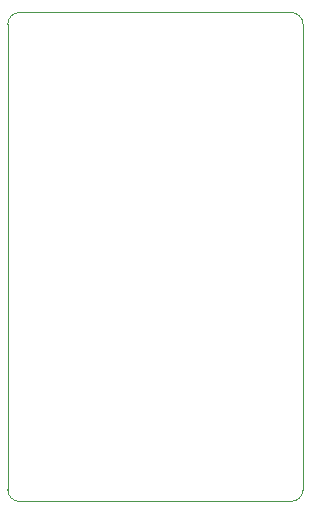
<source format=gbr>
%TF.GenerationSoftware,KiCad,Pcbnew,8.0.1*%
%TF.CreationDate,2024-04-12T18:06:17-04:00*%
%TF.ProjectId,attiny416_breakout,61747469-6e79-4343-9136-5f627265616b,rev?*%
%TF.SameCoordinates,PX822d320PY4417a40*%
%TF.FileFunction,Profile,NP*%
%FSLAX46Y46*%
G04 Gerber Fmt 4.6, Leading zero omitted, Abs format (unit mm)*
G04 Created by KiCad (PCBNEW 8.0.1) date 2024-04-12 18:06:17*
%MOMM*%
%LPD*%
G01*
G04 APERTURE LIST*
%TA.AperFunction,Profile*%
%ADD10C,0.050000*%
%TD*%
G04 APERTURE END LIST*
D10*
X2000000Y-42400000D02*
G75*
G02*
X1000000Y-41400000I0J1000000D01*
G01*
X1000000Y-41400000D02*
X1000000Y-2000000D01*
X25000000Y-1000000D02*
G75*
G02*
X26000000Y-2000000I0J-1000000D01*
G01*
X2000000Y-1000000D02*
X25000000Y-1000000D01*
X25000000Y-42400000D02*
X2000000Y-42400000D01*
X26000000Y-41400000D02*
G75*
G02*
X25000000Y-42400000I-1000000J0D01*
G01*
X1000000Y-2000000D02*
G75*
G02*
X2000000Y-1000000I1000000J0D01*
G01*
X26000000Y-2000000D02*
X26000000Y-41400000D01*
M02*

</source>
